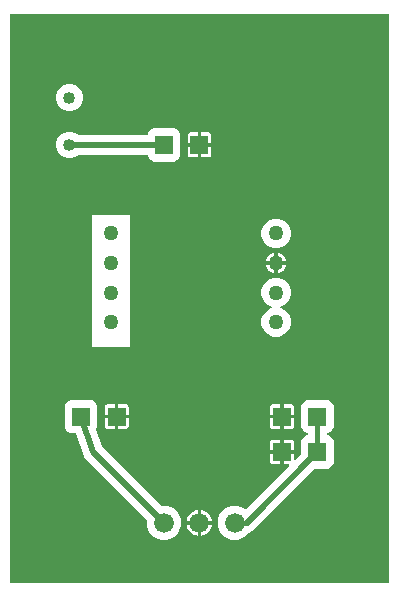
<source format=gbr>
G04 EAGLE Gerber RS-274X export*
G75*
%MOMM*%
%FSLAX34Y34*%
%LPD*%
%INTop Copper*%
%IPPOS*%
%AMOC8*
5,1,8,0,0,1.08239X$1,22.5*%
G01*
%ADD10C,1.270000*%
%ADD11C,1.676400*%
%ADD12R,1.500000X1.600000*%
%ADD13C,1.016000*%
%ADD14C,0.406400*%
%ADD15C,0.508000*%
%ADD16C,0.500000*%

G36*
X720020Y299242D02*
X720020Y299242D01*
X720039Y299240D01*
X720141Y299262D01*
X720243Y299279D01*
X720260Y299288D01*
X720280Y299292D01*
X720369Y299345D01*
X720460Y299394D01*
X720474Y299408D01*
X720491Y299418D01*
X720558Y299497D01*
X720630Y299572D01*
X720638Y299590D01*
X720651Y299605D01*
X720690Y299701D01*
X720733Y299795D01*
X720735Y299815D01*
X720743Y299833D01*
X720761Y300000D01*
X720761Y780000D01*
X720758Y780020D01*
X720760Y780039D01*
X720738Y780141D01*
X720722Y780243D01*
X720712Y780260D01*
X720708Y780280D01*
X720655Y780369D01*
X720606Y780460D01*
X720592Y780474D01*
X720582Y780491D01*
X720503Y780558D01*
X720428Y780630D01*
X720410Y780638D01*
X720395Y780651D01*
X720299Y780690D01*
X720205Y780733D01*
X720185Y780735D01*
X720167Y780743D01*
X720000Y780761D01*
X400000Y780761D01*
X399980Y780758D01*
X399961Y780760D01*
X399859Y780738D01*
X399757Y780722D01*
X399740Y780712D01*
X399720Y780708D01*
X399631Y780655D01*
X399540Y780606D01*
X399526Y780592D01*
X399509Y780582D01*
X399442Y780503D01*
X399371Y780428D01*
X399362Y780410D01*
X399349Y780395D01*
X399310Y780299D01*
X399267Y780205D01*
X399265Y780185D01*
X399257Y780167D01*
X399239Y780000D01*
X399239Y300000D01*
X399242Y299980D01*
X399240Y299961D01*
X399262Y299859D01*
X399279Y299757D01*
X399288Y299740D01*
X399292Y299720D01*
X399345Y299631D01*
X399394Y299540D01*
X399408Y299526D01*
X399418Y299509D01*
X399497Y299442D01*
X399572Y299371D01*
X399590Y299362D01*
X399605Y299349D01*
X399701Y299310D01*
X399795Y299267D01*
X399815Y299265D01*
X399833Y299257D01*
X400000Y299239D01*
X720000Y299239D01*
X720020Y299242D01*
G37*
%LPC*%
G36*
X469585Y498999D02*
X469585Y498999D01*
X468999Y499585D01*
X468999Y610415D01*
X469585Y611001D01*
X500415Y611001D01*
X501001Y610415D01*
X501001Y499585D01*
X500415Y498999D01*
X469585Y498999D01*
G37*
%LPD*%
%LPC*%
G36*
X587120Y335521D02*
X587120Y335521D01*
X581798Y337726D01*
X577726Y341798D01*
X575521Y347120D01*
X575521Y352880D01*
X577726Y358202D01*
X581798Y362274D01*
X587120Y364479D01*
X592880Y364479D01*
X598202Y362274D01*
X598593Y361883D01*
X598609Y361872D01*
X598621Y361856D01*
X598682Y361817D01*
X598735Y361772D01*
X598765Y361760D01*
X598792Y361740D01*
X598811Y361734D01*
X598828Y361723D01*
X598901Y361705D01*
X598963Y361680D01*
X599001Y361676D01*
X599027Y361667D01*
X599047Y361668D01*
X599067Y361663D01*
X599094Y361665D01*
X599130Y361661D01*
X599132Y361661D01*
X599197Y361672D01*
X599273Y361674D01*
X599292Y361681D01*
X599312Y361682D01*
X599344Y361696D01*
X599375Y361701D01*
X599434Y361733D01*
X599504Y361758D01*
X599520Y361771D01*
X599538Y361779D01*
X599572Y361805D01*
X599592Y361816D01*
X599613Y361839D01*
X599669Y361883D01*
X635946Y398160D01*
X635987Y398218D01*
X636037Y398270D01*
X636059Y398317D01*
X636089Y398359D01*
X636110Y398428D01*
X636140Y398493D01*
X636146Y398545D01*
X636161Y398595D01*
X636160Y398666D01*
X636167Y398737D01*
X636156Y398788D01*
X636155Y398840D01*
X636130Y398908D01*
X636115Y398978D01*
X636089Y399022D01*
X636071Y399071D01*
X636026Y399127D01*
X635989Y399189D01*
X635949Y399223D01*
X635917Y399263D01*
X635857Y399302D01*
X635802Y399349D01*
X635754Y399368D01*
X635710Y399396D01*
X635641Y399414D01*
X635574Y399441D01*
X635503Y399449D01*
X635471Y399457D01*
X635448Y399455D01*
X635407Y399459D01*
X631523Y399459D01*
X631523Y408477D01*
X640041Y408477D01*
X640041Y404093D01*
X640052Y404022D01*
X640054Y403950D01*
X640072Y403901D01*
X640080Y403850D01*
X640114Y403787D01*
X640139Y403719D01*
X640171Y403679D01*
X640196Y403633D01*
X640247Y403583D01*
X640292Y403527D01*
X640336Y403499D01*
X640374Y403463D01*
X640439Y403433D01*
X640499Y403394D01*
X640550Y403382D01*
X640597Y403360D01*
X640668Y403352D01*
X640738Y403334D01*
X640790Y403338D01*
X640841Y403333D01*
X640912Y403348D01*
X640983Y403353D01*
X641031Y403374D01*
X641082Y403385D01*
X641143Y403422D01*
X641209Y403450D01*
X641265Y403494D01*
X641293Y403511D01*
X641308Y403529D01*
X641340Y403554D01*
X646180Y408394D01*
X646233Y408468D01*
X646293Y408538D01*
X646305Y408568D01*
X646324Y408594D01*
X646351Y408681D01*
X646385Y408766D01*
X646389Y408807D01*
X646396Y408829D01*
X646395Y408861D01*
X646403Y408933D01*
X646403Y419213D01*
X647331Y421454D01*
X649046Y423169D01*
X651401Y424144D01*
X651491Y424200D01*
X651565Y424239D01*
X651576Y424251D01*
X651601Y424265D01*
X651605Y424270D01*
X651610Y424274D01*
X651685Y424364D01*
X651698Y424379D01*
X651734Y424417D01*
X651738Y424426D01*
X651761Y424452D01*
X651763Y424458D01*
X651767Y424463D01*
X651809Y424571D01*
X651828Y424619D01*
X651838Y424640D01*
X651838Y424644D01*
X651853Y424681D01*
X651854Y424688D01*
X651855Y424693D01*
X651856Y424711D01*
X651871Y424847D01*
X651871Y425153D01*
X651852Y425268D01*
X651835Y425384D01*
X651833Y425389D01*
X651832Y425395D01*
X651777Y425498D01*
X651724Y425603D01*
X651719Y425607D01*
X651716Y425613D01*
X651632Y425693D01*
X651548Y425775D01*
X651542Y425779D01*
X651538Y425782D01*
X651521Y425790D01*
X651401Y425856D01*
X649046Y426831D01*
X647331Y428546D01*
X646403Y430787D01*
X646403Y449213D01*
X647331Y451454D01*
X649046Y453169D01*
X651287Y454097D01*
X668713Y454097D01*
X670954Y453169D01*
X672669Y451454D01*
X673597Y449213D01*
X673597Y430787D01*
X672669Y428546D01*
X670954Y426831D01*
X668599Y425856D01*
X668499Y425795D01*
X668399Y425735D01*
X668395Y425730D01*
X668390Y425726D01*
X668315Y425636D01*
X668239Y425548D01*
X668237Y425542D01*
X668233Y425537D01*
X668191Y425428D01*
X668147Y425319D01*
X668146Y425312D01*
X668145Y425307D01*
X668144Y425289D01*
X668129Y425153D01*
X668129Y424847D01*
X668135Y424807D01*
X668135Y424806D01*
X668137Y424799D01*
X668148Y424732D01*
X668165Y424616D01*
X668167Y424611D01*
X668168Y424605D01*
X668186Y424571D01*
X668187Y424565D01*
X668204Y424538D01*
X668223Y424502D01*
X668276Y424397D01*
X668281Y424393D01*
X668284Y424387D01*
X668307Y424364D01*
X668314Y424354D01*
X668361Y424313D01*
X668368Y424307D01*
X668452Y424225D01*
X668458Y424221D01*
X668462Y424218D01*
X668479Y424210D01*
X668488Y424205D01*
X668501Y424194D01*
X668526Y424184D01*
X668599Y424144D01*
X670954Y423169D01*
X672669Y421454D01*
X673597Y419213D01*
X673597Y400787D01*
X672669Y398546D01*
X670954Y396831D01*
X668713Y395903D01*
X658433Y395903D01*
X658343Y395889D01*
X658252Y395881D01*
X658222Y395869D01*
X658190Y395864D01*
X658109Y395821D01*
X658025Y395785D01*
X657993Y395759D01*
X657973Y395748D01*
X657950Y395725D01*
X657894Y395680D01*
X604892Y342678D01*
X602065Y341507D01*
X602009Y341472D01*
X601949Y341447D01*
X601884Y341395D01*
X601856Y341377D01*
X601843Y341362D01*
X601818Y341342D01*
X598202Y337726D01*
X592880Y335521D01*
X587120Y335521D01*
G37*
%LPD*%
%LPC*%
G36*
X527120Y335521D02*
X527120Y335521D01*
X521798Y337726D01*
X517726Y341798D01*
X515521Y347120D01*
X515521Y351949D01*
X515507Y352039D01*
X515499Y352130D01*
X515487Y352160D01*
X515482Y352192D01*
X515439Y352273D01*
X515403Y352357D01*
X515377Y352389D01*
X515366Y352409D01*
X515343Y352432D01*
X515298Y352487D01*
X464882Y402904D01*
X464850Y402927D01*
X464825Y402955D01*
X464684Y403047D01*
X464626Y403076D01*
X464093Y403690D01*
X464078Y403703D01*
X464056Y403730D01*
X462678Y405108D01*
X462556Y405403D01*
X462536Y405436D01*
X462523Y405472D01*
X462428Y405610D01*
X462385Y405659D01*
X462128Y406431D01*
X462118Y406449D01*
X462109Y406482D01*
X461363Y408282D01*
X461363Y408601D01*
X461357Y408640D01*
X461359Y408678D01*
X461324Y408842D01*
X455811Y425383D01*
X455801Y425401D01*
X455796Y425422D01*
X455744Y425510D01*
X455696Y425600D01*
X455681Y425615D01*
X455670Y425633D01*
X455592Y425700D01*
X455518Y425770D01*
X455499Y425779D01*
X455483Y425793D01*
X455388Y425831D01*
X455296Y425875D01*
X455275Y425877D01*
X455255Y425885D01*
X455088Y425903D01*
X451287Y425903D01*
X449046Y426831D01*
X447331Y428546D01*
X446403Y430787D01*
X446403Y449213D01*
X447331Y451454D01*
X449046Y453169D01*
X451287Y454097D01*
X468713Y454097D01*
X470954Y453169D01*
X472669Y451454D01*
X473597Y449213D01*
X473597Y430787D01*
X472894Y429091D01*
X472879Y429029D01*
X472855Y428969D01*
X472852Y428910D01*
X472838Y428852D01*
X472844Y428788D01*
X472840Y428723D01*
X472858Y428640D01*
X472861Y428607D01*
X472869Y428590D01*
X472875Y428559D01*
X477429Y414899D01*
X477472Y414817D01*
X477508Y414733D01*
X477533Y414702D01*
X477543Y414681D01*
X477567Y414659D01*
X477613Y414602D01*
X527513Y364702D01*
X527586Y364649D01*
X527656Y364589D01*
X527686Y364577D01*
X527712Y364558D01*
X527799Y364531D01*
X527884Y364497D01*
X527925Y364493D01*
X527947Y364486D01*
X527980Y364487D01*
X528051Y364479D01*
X532880Y364479D01*
X538202Y362274D01*
X542274Y358202D01*
X544479Y352880D01*
X544479Y347120D01*
X542274Y341798D01*
X538202Y337726D01*
X532880Y335521D01*
X527120Y335521D01*
G37*
%LPD*%
%LPC*%
G36*
X521287Y655903D02*
X521287Y655903D01*
X519046Y656831D01*
X517331Y658546D01*
X516359Y660893D01*
X516298Y660993D01*
X516238Y661093D01*
X516233Y661097D01*
X516230Y661102D01*
X516140Y661177D01*
X516051Y661253D01*
X516045Y661255D01*
X516040Y661259D01*
X515932Y661301D01*
X515823Y661345D01*
X515815Y661346D01*
X515811Y661347D01*
X515792Y661348D01*
X515656Y661363D01*
X457485Y661363D01*
X457395Y661349D01*
X457304Y661341D01*
X457274Y661329D01*
X457242Y661324D01*
X457161Y661281D01*
X457078Y661245D01*
X457045Y661219D01*
X457025Y661208D01*
X457003Y661185D01*
X456947Y661140D01*
X456331Y660525D01*
X452223Y658823D01*
X447777Y658823D01*
X443669Y660525D01*
X440525Y663669D01*
X438823Y667777D01*
X438823Y672223D01*
X440525Y676331D01*
X443669Y679475D01*
X447777Y681177D01*
X452223Y681177D01*
X456331Y679475D01*
X456947Y678860D01*
X457021Y678807D01*
X457090Y678747D01*
X457120Y678735D01*
X457146Y678716D01*
X457233Y678689D01*
X457318Y678655D01*
X457359Y678651D01*
X457381Y678644D01*
X457414Y678645D01*
X457485Y678637D01*
X515656Y678637D01*
X515771Y678656D01*
X515887Y678673D01*
X515893Y678675D01*
X515899Y678676D01*
X516001Y678731D01*
X516106Y678784D01*
X516111Y678789D01*
X516116Y678792D01*
X516196Y678876D01*
X516278Y678960D01*
X516282Y678966D01*
X516286Y678970D01*
X516293Y678987D01*
X516359Y679107D01*
X517331Y681454D01*
X519046Y683169D01*
X521287Y684097D01*
X538713Y684097D01*
X540954Y683169D01*
X542669Y681454D01*
X543597Y679213D01*
X543597Y660787D01*
X542669Y658546D01*
X540954Y656831D01*
X538713Y655903D01*
X521287Y655903D01*
G37*
%LPD*%
%LPC*%
G36*
X622524Y507553D02*
X622524Y507553D01*
X617949Y509448D01*
X614448Y512949D01*
X612553Y517524D01*
X612553Y522476D01*
X614448Y527051D01*
X617949Y530552D01*
X620955Y531797D01*
X621016Y531835D01*
X621081Y531864D01*
X621120Y531899D01*
X621164Y531926D01*
X621210Y531982D01*
X621262Y532030D01*
X621288Y532076D01*
X621321Y532116D01*
X621346Y532183D01*
X621381Y532246D01*
X621390Y532297D01*
X621409Y532345D01*
X621412Y532417D01*
X621425Y532488D01*
X621417Y532539D01*
X621419Y532591D01*
X621399Y532660D01*
X621389Y532731D01*
X621365Y532777D01*
X621351Y532827D01*
X621310Y532886D01*
X621277Y532950D01*
X621240Y532987D01*
X621211Y533029D01*
X621153Y533072D01*
X621102Y533122D01*
X621039Y533157D01*
X621013Y533176D01*
X620991Y533183D01*
X620955Y533203D01*
X617949Y534448D01*
X614448Y537949D01*
X612553Y542524D01*
X612553Y547476D01*
X614448Y552051D01*
X617949Y555552D01*
X622524Y557447D01*
X627476Y557447D01*
X632051Y555552D01*
X635552Y552051D01*
X637447Y547476D01*
X637447Y542524D01*
X635552Y537949D01*
X632051Y534448D01*
X629045Y533203D01*
X628984Y533165D01*
X628919Y533136D01*
X628880Y533101D01*
X628836Y533074D01*
X628790Y533018D01*
X628738Y532970D01*
X628712Y532924D01*
X628679Y532884D01*
X628654Y532817D01*
X628619Y532754D01*
X628610Y532703D01*
X628591Y532655D01*
X628588Y532583D01*
X628575Y532512D01*
X628583Y532461D01*
X628581Y532409D01*
X628601Y532340D01*
X628611Y532269D01*
X628635Y532223D01*
X628649Y532173D01*
X628690Y532114D01*
X628723Y532050D01*
X628760Y532013D01*
X628789Y531971D01*
X628847Y531928D01*
X628898Y531878D01*
X628961Y531843D01*
X628987Y531824D01*
X629009Y531817D01*
X629045Y531797D01*
X632051Y530552D01*
X635552Y527051D01*
X637447Y522476D01*
X637447Y517524D01*
X635552Y512949D01*
X632051Y509448D01*
X627476Y507553D01*
X622524Y507553D01*
G37*
%LPD*%
%LPC*%
G36*
X622524Y582553D02*
X622524Y582553D01*
X617949Y584448D01*
X614448Y587949D01*
X612553Y592524D01*
X612553Y597476D01*
X614448Y602051D01*
X617949Y605552D01*
X622524Y607447D01*
X627476Y607447D01*
X632051Y605552D01*
X635552Y602051D01*
X637447Y597476D01*
X637447Y592524D01*
X635552Y587949D01*
X632051Y584448D01*
X627476Y582553D01*
X622524Y582553D01*
G37*
%LPD*%
%LPC*%
G36*
X447777Y698823D02*
X447777Y698823D01*
X443669Y700525D01*
X440525Y703669D01*
X438823Y707777D01*
X438823Y712223D01*
X440525Y716331D01*
X443669Y719475D01*
X447777Y721177D01*
X452223Y721177D01*
X456331Y719475D01*
X459475Y716331D01*
X461177Y712223D01*
X461177Y707777D01*
X459475Y703669D01*
X456331Y700525D01*
X452223Y698823D01*
X447777Y698823D01*
G37*
%LPD*%
%LPC*%
G36*
X561523Y671523D02*
X561523Y671523D01*
X561523Y680541D01*
X567834Y680541D01*
X568481Y680368D01*
X569060Y680033D01*
X569533Y679560D01*
X569868Y678981D01*
X570041Y678334D01*
X570041Y671523D01*
X561523Y671523D01*
G37*
%LPD*%
%LPC*%
G36*
X631523Y441523D02*
X631523Y441523D01*
X631523Y450541D01*
X637834Y450541D01*
X638481Y450368D01*
X639060Y450033D01*
X639533Y449560D01*
X639868Y448981D01*
X640041Y448334D01*
X640041Y441523D01*
X631523Y441523D01*
G37*
%LPD*%
%LPC*%
G36*
X491523Y441523D02*
X491523Y441523D01*
X491523Y450541D01*
X497834Y450541D01*
X498481Y450368D01*
X499060Y450033D01*
X499533Y449560D01*
X499868Y448981D01*
X500041Y448334D01*
X500041Y441523D01*
X491523Y441523D01*
G37*
%LPD*%
%LPC*%
G36*
X631523Y411523D02*
X631523Y411523D01*
X631523Y420541D01*
X637834Y420541D01*
X638481Y420368D01*
X639060Y420033D01*
X639533Y419560D01*
X639868Y418981D01*
X640041Y418334D01*
X640041Y411523D01*
X631523Y411523D01*
G37*
%LPD*%
%LPC*%
G36*
X561523Y659459D02*
X561523Y659459D01*
X561523Y668477D01*
X570041Y668477D01*
X570041Y661666D01*
X569868Y661019D01*
X569533Y660440D01*
X569060Y659967D01*
X568481Y659632D01*
X567834Y659459D01*
X561523Y659459D01*
G37*
%LPD*%
%LPC*%
G36*
X631523Y429459D02*
X631523Y429459D01*
X631523Y438477D01*
X640041Y438477D01*
X640041Y431666D01*
X639868Y431019D01*
X639533Y430440D01*
X639060Y429967D01*
X638481Y429632D01*
X637834Y429459D01*
X631523Y429459D01*
G37*
%LPD*%
%LPC*%
G36*
X491523Y429459D02*
X491523Y429459D01*
X491523Y438477D01*
X500041Y438477D01*
X500041Y431666D01*
X499868Y431019D01*
X499533Y430440D01*
X499060Y429967D01*
X498481Y429632D01*
X497834Y429459D01*
X491523Y429459D01*
G37*
%LPD*%
%LPC*%
G36*
X549959Y671523D02*
X549959Y671523D01*
X549959Y678334D01*
X550132Y678981D01*
X550467Y679560D01*
X550940Y680033D01*
X551519Y680368D01*
X552166Y680541D01*
X558477Y680541D01*
X558477Y671523D01*
X549959Y671523D01*
G37*
%LPD*%
%LPC*%
G36*
X479959Y441523D02*
X479959Y441523D01*
X479959Y448334D01*
X480132Y448981D01*
X480467Y449560D01*
X480940Y450033D01*
X481519Y450368D01*
X482166Y450541D01*
X488477Y450541D01*
X488477Y441523D01*
X479959Y441523D01*
G37*
%LPD*%
%LPC*%
G36*
X619959Y441523D02*
X619959Y441523D01*
X619959Y448334D01*
X620132Y448981D01*
X620467Y449560D01*
X620940Y450033D01*
X621519Y450368D01*
X622166Y450541D01*
X628477Y450541D01*
X628477Y441523D01*
X619959Y441523D01*
G37*
%LPD*%
%LPC*%
G36*
X619959Y411523D02*
X619959Y411523D01*
X619959Y418334D01*
X620132Y418981D01*
X620467Y419560D01*
X620940Y420033D01*
X621519Y420368D01*
X622166Y420541D01*
X628477Y420541D01*
X628477Y411523D01*
X619959Y411523D01*
G37*
%LPD*%
%LPC*%
G36*
X552166Y659459D02*
X552166Y659459D01*
X551519Y659632D01*
X550940Y659967D01*
X550467Y660440D01*
X550132Y661019D01*
X549959Y661666D01*
X549959Y668477D01*
X558477Y668477D01*
X558477Y659459D01*
X552166Y659459D01*
G37*
%LPD*%
%LPC*%
G36*
X622166Y429459D02*
X622166Y429459D01*
X621519Y429632D01*
X620940Y429967D01*
X620467Y430440D01*
X620132Y431019D01*
X619959Y431666D01*
X619959Y438477D01*
X628477Y438477D01*
X628477Y429459D01*
X622166Y429459D01*
G37*
%LPD*%
%LPC*%
G36*
X482166Y429459D02*
X482166Y429459D01*
X481519Y429632D01*
X480940Y429967D01*
X480467Y430440D01*
X480132Y431019D01*
X479959Y431666D01*
X479959Y438477D01*
X488477Y438477D01*
X488477Y429459D01*
X482166Y429459D01*
G37*
%LPD*%
%LPC*%
G36*
X622166Y399459D02*
X622166Y399459D01*
X621519Y399632D01*
X620940Y399967D01*
X620467Y400440D01*
X620132Y401019D01*
X619959Y401666D01*
X619959Y408477D01*
X628477Y408477D01*
X628477Y399459D01*
X622166Y399459D01*
G37*
%LPD*%
%LPC*%
G36*
X561523Y351523D02*
X561523Y351523D01*
X561523Y360818D01*
X562558Y360654D01*
X564193Y360122D01*
X565725Y359342D01*
X567116Y358331D01*
X568331Y357116D01*
X569342Y355725D01*
X570122Y354193D01*
X570654Y352558D01*
X570818Y351523D01*
X561523Y351523D01*
G37*
%LPD*%
%LPC*%
G36*
X549182Y351523D02*
X549182Y351523D01*
X549346Y352558D01*
X549878Y354193D01*
X550658Y355725D01*
X551669Y357116D01*
X552884Y358331D01*
X554275Y359342D01*
X555807Y360122D01*
X557442Y360654D01*
X558477Y360818D01*
X558477Y351523D01*
X549182Y351523D01*
G37*
%LPD*%
%LPC*%
G36*
X561523Y348477D02*
X561523Y348477D01*
X570818Y348477D01*
X570654Y347442D01*
X570122Y345807D01*
X569342Y344275D01*
X568331Y342884D01*
X567116Y341669D01*
X565725Y340658D01*
X564193Y339878D01*
X562558Y339346D01*
X561523Y339182D01*
X561523Y348477D01*
G37*
%LPD*%
%LPC*%
G36*
X557442Y339346D02*
X557442Y339346D01*
X555807Y339878D01*
X554275Y340658D01*
X552884Y341669D01*
X551669Y342884D01*
X550658Y344275D01*
X549878Y345807D01*
X549346Y347442D01*
X549182Y348477D01*
X558477Y348477D01*
X558477Y339182D01*
X557442Y339346D01*
G37*
%LPD*%
%LPC*%
G36*
X626523Y571523D02*
X626523Y571523D01*
X626523Y578762D01*
X627593Y578549D01*
X629211Y577879D01*
X630668Y576906D01*
X631906Y575668D01*
X632879Y574211D01*
X633549Y572593D01*
X633762Y571523D01*
X626523Y571523D01*
G37*
%LPD*%
%LPC*%
G36*
X616238Y571523D02*
X616238Y571523D01*
X616451Y572593D01*
X617121Y574211D01*
X618094Y575668D01*
X619332Y576906D01*
X620789Y577879D01*
X622407Y578549D01*
X623477Y578762D01*
X623477Y571523D01*
X616238Y571523D01*
G37*
%LPD*%
%LPC*%
G36*
X626523Y568477D02*
X626523Y568477D01*
X633762Y568477D01*
X633549Y567407D01*
X632879Y565789D01*
X631906Y564332D01*
X630668Y563094D01*
X629211Y562121D01*
X627593Y561451D01*
X626523Y561238D01*
X626523Y568477D01*
G37*
%LPD*%
%LPC*%
G36*
X622407Y561451D02*
X622407Y561451D01*
X620789Y562121D01*
X619332Y563094D01*
X618094Y564332D01*
X617121Y565789D01*
X616451Y567407D01*
X616238Y568477D01*
X623477Y568477D01*
X623477Y561238D01*
X622407Y561451D01*
G37*
%LPD*%
%LPC*%
G36*
X624999Y569999D02*
X624999Y569999D01*
X624999Y570001D01*
X625001Y570001D01*
X625001Y569999D01*
X624999Y569999D01*
G37*
%LPD*%
%LPC*%
G36*
X559999Y349999D02*
X559999Y349999D01*
X559999Y350001D01*
X560001Y350001D01*
X560001Y349999D01*
X559999Y349999D01*
G37*
%LPD*%
%LPC*%
G36*
X559999Y669999D02*
X559999Y669999D01*
X559999Y670001D01*
X560001Y670001D01*
X560001Y669999D01*
X559999Y669999D01*
G37*
%LPD*%
%LPC*%
G36*
X629999Y439999D02*
X629999Y439999D01*
X629999Y440001D01*
X630001Y440001D01*
X630001Y439999D01*
X629999Y439999D01*
G37*
%LPD*%
%LPC*%
G36*
X489999Y439999D02*
X489999Y439999D01*
X489999Y440001D01*
X490001Y440001D01*
X490001Y439999D01*
X489999Y439999D01*
G37*
%LPD*%
%LPC*%
G36*
X629999Y409999D02*
X629999Y409999D01*
X629999Y410001D01*
X630001Y410001D01*
X630001Y409999D01*
X629999Y409999D01*
G37*
%LPD*%
D10*
X625000Y520000D03*
X625000Y545000D03*
X625000Y570000D03*
X625000Y595000D03*
X485000Y595000D03*
X485000Y570000D03*
X485000Y545000D03*
X485000Y520000D03*
D11*
X530000Y350000D03*
X560000Y350000D03*
X590000Y350000D03*
D12*
X630000Y410000D03*
X660000Y410000D03*
X630000Y440000D03*
X660000Y440000D03*
X530000Y670000D03*
X560000Y670000D03*
D13*
X450000Y710000D03*
X450000Y670000D03*
D12*
X460000Y440000D03*
X490000Y440000D03*
D14*
X660000Y440000D02*
X660000Y410000D01*
D15*
X600000Y350000D01*
D14*
X590000Y350000D01*
D15*
X530000Y670000D02*
X450000Y670000D01*
D16*
X460000Y440000D02*
X470000Y410000D01*
D15*
X530000Y350000D01*
M02*

</source>
